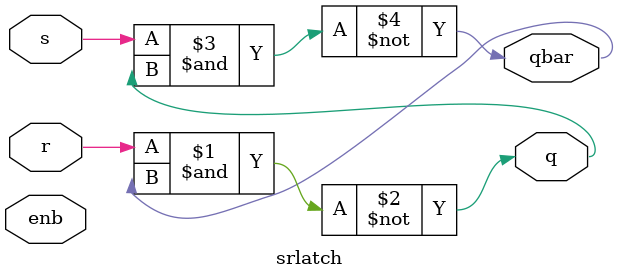
<source format=v>
module srlatch(s,r,enb,q,qbar);

input enb,s,r;
output q,qbar;

assign q=~(r&qbar);
assign qbar=~(s&q);

endmodule

</source>
